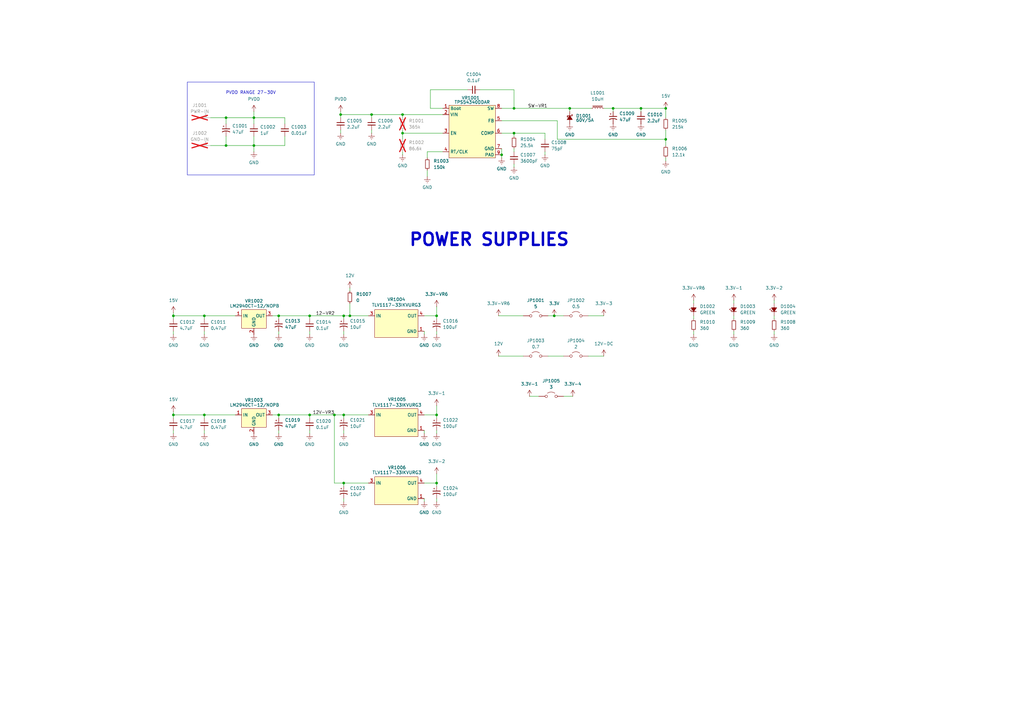
<source format=kicad_sch>
(kicad_sch (version 20250114) (generator "eeschema") (generator_version "9.0")
  (paper "A3")
  (title_block (title "Amplificateur Audio (Base Saine)") (date "2025-05-19") (rev "1.0") (company "NDG"))
  (lib_symbols
    (symbol "Connector:Conn_01x01_Pin" (pin_names (offset 1.016) (hide yes))
      (property "Reference" "J" (at 0 2.54 0))
      (property "Value" "Conn_01x01_Pin" (at 0 -2.54 0))
      (symbol "Conn_01x01_Pin_1_1"
        (rectangle (start 0.8636 0.127) (end 0 -0.127) (stroke (width 0.1524)) (fill (type outline)))
        (polyline (pts (xy 1.27 0) (xy 0.8636 0)) (stroke (width 0.1524)))
        (pin passive line (at 5.08 0 180) (length 3.81) (name "Pin_1") (number "1"))
      )
    )
    (symbol "Device:C_Polarized_Small_US" (pin_numbers (hide yes)) (pin_names (offset 0.254) (hide yes))
      (property "Reference" "C" (at 0.254 1.778 0))
      (property "Value" "C_Polarized_Small_US" (at 0.254 -2.032 0))
      (symbol "C_Polarized_Small_US_0_1"
        (polyline (pts (xy -1.524 0.508) (xy 1.524 0.508)) (stroke (width 0.3048)))
        (polyline (pts (xy -1.27 1.524) (xy -0.762 1.524)))
        (polyline (pts (xy -1.016 1.27) (xy -1.016 1.778)))
        (arc (start -1.524 -0.762) (mid 0 -0.3734) (end 1.524 -0.762) (stroke (width 0.3048)))
      )
      (symbol "C_Polarized_Small_US_1_1"
        (pin passive line (at 0 2.54 270) (length 2.032) (name "~") (number "1"))
        (pin passive line (at 0 -2.54 90) (length 2.032) (name "~") (number "2"))
      )
    )
    (symbol "Device:C_Small" (pin_numbers (hide yes)) (pin_names (offset 0.254) (hide yes))
      (property "Reference" "C" (at 0.254 1.778 0))
      (property "Value" "C_Small" (at 0.254 -2.032 0))
      (symbol "C_Small_0_1"
        (polyline (pts (xy -1.524 0.508) (xy 1.524 0.508)) (stroke (width 0.3048)))
        (polyline (pts (xy -1.524 -0.508) (xy 1.524 -0.508)) (stroke (width 0.3302)))
      )
      (symbol "C_Small_1_1"
        (pin passive line (at 0 2.54 270) (length 2.032) (name "~") (number "1"))
        (pin passive line (at 0 -2.54 90) (length 2.032) (name "~") (number "2"))
      )
    )
    (symbol "Device:D_Schottky_Small_Filled" (pin_numbers (hide yes)) (pin_names (offset 0.254) (hide yes))
      (property "Reference" "D" (at -1.27 2.032 0))
      (property "Value" "D_Schottky_Small_Filled" (at -7.112 -2.032 0))
      (symbol "D_Schottky_Small_Filled_0_1"
        (polyline (pts (xy -1.27 0.762) (xy -1.27 1.016) (xy -0.762 1.016) (xy -0.762 -1.016) (xy -0.254 -1.016) (xy -0.254 -0.762)) (stroke (width 0.254)))
        (polyline (pts (xy -0.762 0) (xy 0.762 0)))
        (polyline (pts (xy 0.762 -1.016) (xy -0.762 0) (xy 0.762 1.016) (xy 0.762 -1.016)) (stroke (width 0.254)) (fill (type outline)))
      )
      (symbol "D_Schottky_Small_Filled_1_1"
        (pin passive line (at -2.54 0 0) (length 1.778) (name "K") (number "1"))
        (pin passive line (at 2.54 0 180) (length 1.778) (name "A") (number "2"))
      )
    )
    (symbol "Device:LED_Small_Filled" (pin_numbers (hide yes)) (pin_names (offset 0.254) (hide yes))
      (property "Reference" "D" (at -1.27 3.175 0))
      (property "Value" "LED_Small_Filled" (at -4.445 -2.54 0))
      (symbol "LED_Small_Filled_0_1"
        (polyline (pts (xy -0.762 -1.016) (xy -0.762 1.016)) (stroke (width 0.254)))
        (polyline (pts (xy 0 0.762) (xy -0.508 1.27) (xy -0.254 1.27) (xy -0.508 1.27) (xy -0.508 1.016)))
        (polyline (pts (xy 0.508 1.27) (xy 0 1.778) (xy 0.254 1.778) (xy 0 1.778) (xy 0 1.524)))
        (polyline (pts (xy 0.762 -1.016) (xy -0.762 0) (xy 0.762 1.016) (xy 0.762 -1.016)) (stroke (width 0.254)) (fill (type outline)))
        (polyline (pts (xy 1.016 0) (xy -0.762 0)))
      )
      (symbol "LED_Small_Filled_1_1"
        (pin passive line (at -2.54 0 0) (length 1.778) (name "K") (number "1"))
        (pin passive line (at 2.54 0 180) (length 1.778) (name "A") (number "2"))
      )
    )
    (symbol "Device:L_Iron_Small" (pin_numbers (hide yes)) (pin_names (offset 0.254) (hide yes))
      (property "Reference" "L" (at 1.27 1.016 0))
      (property "Value" "L_Iron_Small" (at 1.27 -1.27 0))
      (symbol "L_Iron_Small_0_1"
        (arc (start 0 2.032) (mid 0.5058 1.524) (end 0 1.016))
        (arc (start 0 1.016) (mid 0.5058 0.508) (end 0 0))
        (arc (start 0 0) (mid 0.5058 -0.508) (end 0 -1.016))
        (arc (start 0 -1.016) (mid 0.5058 -1.524) (end 0 -2.032))
        (polyline (pts (xy 0.762 2.032) (xy 0.762 -2.032)))
        (polyline (pts (xy 1.016 -2.032) (xy 1.016 2.032)))
      )
      (symbol "L_Iron_Small_1_1"
        (pin passive line (at 0 2.54 270) (length 0.508) (name "~") (number "1"))
        (pin passive line (at 0 -2.54 90) (length 0.508) (name "~") (number "2"))
      )
    )
    (symbol "Device:R_Small" (pin_numbers (hide yes)) (pin_names (offset 0.254) (hide yes))
      (property "Reference" "R" (at 0.762 0.508 0))
      (property "Value" "R_Small" (at 0.762 -1.016 0))
      (symbol "R_Small_0_1"
        (rectangle (start -0.762 1.778) (end 0.762 -1.778) (stroke (width 0.2032)))
      )
      (symbol "R_Small_1_1"
        (pin passive line (at 0 2.54 270) (length 0.762) (name "~") (number "1"))
        (pin passive line (at 0 -2.54 90) (length 0.762) (name "~") (number "2"))
      )
    )
    (symbol "Jumper:Jumper_2_Open" (pin_numbers (hide yes)) (pin_names (offset 0) (hide yes)) (exclude_from_sim yes)
      (property "Reference" "JP" (at 0 2.794 0))
      (property "Value" "Jumper_2_Open" (at 0 -2.286 0))
      (symbol "Jumper_2_Open_0_0"
        (circle (center -2.032 0) (radius 0.508))
        (circle (center 2.032 0) (radius 0.508))
      )
      (symbol "Jumper_2_Open_0_1"
        (arc (start -1.524 1.27) (mid 0 1.778) (end 1.524 1.27))
      )
      (symbol "Jumper_2_Open_1_1"
        (pin passive line (at -5.08 0 0) (length 2.54) (name "A") (number "1"))
        (pin passive line (at 5.08 0 180) (length 2.54) (name "B") (number "2"))
      )
    )
    (symbol "LM2940CT-12/NOPB_1"
      (property "Reference" "VR1002" (at 0 2.286 0))
      (property "Value" "LM2940CT-12/NOPB" (at 0.254 0.254 0))
      (symbol "LM2940CT-12/NOPB_1_1_1"
        (rectangle (start -5.08 -1.27) (end 5.08 -8.89) (fill (type background)))
        (pin power_in line (at -7.62 -3.81 0) (length 2.54) (name "IN") (number "1"))
        (pin power_in line (at 0 -11.43 90) (length 2.54) (name "GND") (number "2"))
        (pin power_in line (at 7.62 -3.81 180) (length 2.54) (name "OUT") (number "3"))
      )
    )
    (symbol "TLV1117-33IKVURG3_1"
      (property "Reference" "VR1004" (at 0.254 1.27 0))
      (property "Value" "TLV1117-33IKVURG3" (at 0.254 -1.016 0))
      (symbol "TLV1117-33IKVURG3_1_1_1"
        (rectangle (start -8.89 -5.08) (end 8.89 -16.51) (fill (type background)))
        (pin power_in line (at -11.43 -7.62 0) (length 2.54) (name "IN") (number "3"))
        (pin power_in line (at 11.43 -7.62 180) (length 2.54) (name "OUT") (number "4"))
        (pin power_in line (at 11.43 -13.97 180) (length 2.54) (name "GND") (number "1"))
      )
    )
    (symbol "TLV1117-33IKVURG3_2"
      (property "Reference" "VR1005" (at 0.254 -1.27 0))
      (property "Value" "TLV1117-33IKVURG3" (at 0.254 -3.556 0))
      (symbol "TLV1117-33IKVURG3_2_1_1"
        (rectangle (start -8.89 -5.08) (end 8.89 -16.51) (fill (type background)))
        (pin power_in line (at -11.43 -7.62 0) (length 2.54) (name "IN") (number "3"))
        (pin power_in line (at 11.43 -7.62 180) (length 2.54) (name "OUT") (number "4"))
        (pin power_in line (at 11.43 -13.97 180) (length 2.54) (name "GND") (number "1"))
      )
    )
    (symbol "libglobal:LM2940CT-12/NOPB"
      (property "Reference" "VR1003" (at 0 2.286 0))
      (property "Value" "LM2940CT-12/NOPB" (at 0.254 0.254 0))
      (symbol "LM2940CT-12/NOPB_1_1"
        (rectangle (start -5.08 -1.27) (end 5.08 -8.89) (fill (type background)))
        (pin power_in line (at -7.62 -3.81 0) (length 2.54) (name "IN") (number "1"))
        (pin power_in line (at 0 -11.43 90) (length 2.54) (name "GND") (number "2"))
        (pin power_in line (at 7.62 -3.81 180) (length 2.54) (name "OUT") (number "3"))
      )
    )
    (symbol "libglobal:TLV1117-33IKVURG3"
      (property "Reference" "VR1006" (at 0.254 -1.27 0))
      (property "Value" "TLV1117-33IKVURG3" (at 0.254 -3.302 0))
      (symbol "TLV1117-33IKVURG3_1_1"
        (rectangle (start -8.89 -5.08) (end 8.89 -16.51) (fill (type background)))
        (pin power_in line (at -11.43 -7.62 0) (length 2.54) (name "IN") (number "3"))
        (pin power_in line (at 11.43 -7.62 180) (length 2.54) (name "OUT") (number "4"))
        (pin power_in line (at 11.43 -13.97 180) (length 2.54) (name "GND") (number "1"))
      )
    )
    (symbol "libglobal:TPS54340DDAR"
      (property "Reference" "VR1001" (at 5.08 1.778 0))
      (property "Value" "TPS54340DDAR" (at 5.715 0 0))
      (symbol "TPS54340DDAR_1_1"
        (rectangle (start -3.81 -1.27) (end 15.24 -22.86) (fill (type background)))
        (pin power_in line (at -6.35 -2.54 0) (length 2.54) (name "Boot") (number "1"))
        (pin power_in line (at -6.35 -5.08 0) (length 2.54) (name "VIN") (number "2"))
        (pin power_in line (at -6.35 -12.7 0) (length 2.54) (name "EN") (number "3"))
        (pin power_in line (at -6.35 -20.32 0) (length 2.54) (name "RT/CLK") (number "4"))
        (pin power_in line (at 17.78 -2.54 180) (length 2.54) (name "SW") (number "8"))
        (pin power_in line (at 17.78 -7.62 180) (length 2.54) (name "FB") (number "5"))
        (pin power_in line (at 17.78 -12.7 180) (length 2.54) (name "COMP") (number "6"))
        (pin power_in line (at 17.78 -19.05 180) (length 2.54) (name "GND") (number "7"))
        (pin power_in line (at 17.78 -21.59 180) (length 2.54) (name "PAD") (number "9"))
      )
    )
    (symbol "power:Earth" (power) (pin_numbers (hide yes)) (pin_names (offset 0) (hide yes))
      (property "Value" "Earth" (at 0 -3.81 0))
      (symbol "Earth_0_1"
        (polyline (pts (xy -0.635 -1.905) (xy 0.635 -1.905)))
        (polyline (pts (xy -0.127 -2.54) (xy 0.127 -2.54)))
        (polyline (pts (xy 0 -1.27) (xy 0 0)))
        (polyline (pts (xy 1.27 -1.27) (xy -1.27 -1.27)))
      )
      (symbol "Earth_1_1"
        (pin power_in line (at 0 0 270) (length 0) (name "~") (number "1"))
      )
    )
    (symbol "power:VDD" (power) (pin_numbers (hide yes)) (pin_names (offset 0) (hide yes))
      (property "Value" "VDD" (at 0 3.556 0))
      (symbol "VDD_0_1"
        (polyline (pts (xy -0.762 1.27) (xy 0 2.54)))
        (polyline (pts (xy 0 2.54) (xy 0.762 1.27)))
        (polyline (pts (xy 0 0) (xy 0 2.54)))
      )
      (symbol "VDD_1_1"
        (pin power_in line (at 0 0 90) (length 0) (name "~") (number "1"))
      )
    )
  )
  (rectangle (start 76.835 33.655) (end 128.905 71.755))
  (text "PVDD RANGE 27-30V\n" (at 102.87 38.1 0) (effects (font (size 1.27 1.27))))
  (text "POWER SUPPLIES\n" (at 200.66 98.425 0) (effects (font (size 5 5) (thickness 1) (bold yes))))
  (junction (at 140.97 129.54))
  (junction (at 179.07 198.12))
  (junction (at 140.97 198.12))
  (junction (at 262.89 44.45))
  (junction (at 233.68 44.45))
  (junction (at 165.1 46.99))
  (junction (at 83.82 170.18))
  (junction (at 92.71 59.69))
  (junction (at 273.05 44.45))
  (junction (at 114.3 129.54))
  (junction (at 273.05 57.15))
  (junction (at 152.4 46.99))
  (junction (at 210.82 44.45))
  (junction (at 179.07 129.54))
  (junction (at 71.12 170.18))
  (junction (at 114.3 170.18))
  (junction (at 104.14 59.69))
  (junction (at 127 129.54))
  (junction (at 165.1 54.61))
  (junction (at 127 170.18))
  (junction (at 71.12 129.54))
  (junction (at 227.33 129.54))
  (junction (at 251.46 44.45))
  (junction (at 179.07 170.18))
  (junction (at 83.82 129.54))
  (junction (at 137.16 170.18))
  (junction (at 140.97 170.18))
  (junction (at 143.51 129.54))
  (junction (at 104.14 48.26))
  (junction (at 92.71 48.26))
  (junction (at 205.74 63.5))
  (junction (at 210.82 54.61))
  (junction (at 139.7 46.99))
  (wire (pts (xy 92.71 48.26) (xy 92.71 50.8)))
  (wire (pts (xy 205.74 60.96) (xy 205.74 63.5)))
  (wire (pts (xy 127 137.16) (xy 127 135.89)))
  (wire (pts (xy 165.1 54.61) (xy 165.1 57.15)))
  (wire (pts (xy 165.1 63.5) (xy 165.1 62.23)))
  (wire (pts (xy 205.74 49.53) (xy 228.6 49.53)))
  (wire (pts (xy 114.3 170.18) (xy 111.76 170.18)))
  (wire (pts (xy 223.52 57.15) (xy 223.52 54.61)))
  (wire (pts (xy 165.1 53.34) (xy 165.1 54.61)))
  (wire (pts (xy 104.14 55.88) (xy 104.14 59.69)))
  (wire (pts (xy 104.14 48.26) (xy 104.14 50.8)))
  (wire (pts (xy 173.99 170.18) (xy 179.07 170.18)))
  (wire (pts (xy 140.97 199.39) (xy 140.97 198.12)))
  (wire (pts (xy 284.48 137.16) (xy 284.48 135.89)))
  (wire (pts (xy 223.52 63.5) (xy 223.52 62.23)))
  (wire (pts (xy 205.74 54.61) (xy 210.82 54.61)))
  (wire (pts (xy 233.68 45.72) (xy 233.68 44.45)))
  (wire (pts (xy 179.07 198.12) (xy 179.07 199.39)))
  (wire (pts (xy 191.77 36.83) (xy 176.53 36.83)))
  (wire (pts (xy 210.82 68.58) (xy 210.82 67.31)))
  (wire (pts (xy 116.84 55.88) (xy 116.84 59.69)))
  (wire (pts (xy 284.48 123.19) (xy 284.48 124.46)))
  (wire (pts (xy 152.4 46.99) (xy 165.1 46.99)))
  (wire (pts (xy 179.07 135.89) (xy 179.07 137.16)))
  (wire (pts (xy 92.71 59.69) (xy 86.36 59.69)))
  (wire (pts (xy 181.61 62.23) (xy 175.26 62.23)))
  (wire (pts (xy 140.97 170.18) (xy 151.13 170.18)))
  (wire (pts (xy 92.71 55.88) (xy 92.71 59.69)))
  (wire (pts (xy 143.51 124.46) (xy 143.51 129.54)))
  (wire (pts (xy 273.05 66.04) (xy 273.05 64.77)))
  (wire (pts (xy 251.46 45.72) (xy 251.46 44.45)))
  (wire (pts (xy 92.71 48.26) (xy 104.14 48.26)))
  (wire (pts (xy 114.3 171.45) (xy 114.3 170.18)))
  (wire (pts (xy 210.82 44.45) (xy 233.68 44.45)))
  (wire (pts (xy 116.84 59.69) (xy 104.14 59.69)))
  (wire (pts (xy 176.53 36.83) (xy 176.53 44.45)))
  (wire (pts (xy 127 170.18) (xy 114.3 170.18)))
  (wire (pts (xy 210.82 44.45) (xy 205.74 44.45)))
  (wire (pts (xy 262.89 44.45) (xy 273.05 44.45)))
  (wire (pts (xy 217.17 162.56) (xy 220.98 162.56)))
  (wire (pts (xy 83.82 170.18) (xy 83.82 171.45)))
  (wire (pts (xy 139.7 46.99) (xy 139.7 48.26)))
  (wire (pts (xy 114.3 177.8) (xy 114.3 176.53)))
  (wire (pts (xy 204.47 129.54) (xy 214.63 129.54)))
  (wire (pts (xy 317.5 123.19) (xy 317.5 124.46)))
  (wire (pts (xy 140.97 205.74) (xy 140.97 204.47)))
  (wire (pts (xy 71.12 177.8) (xy 71.12 176.53)))
  (wire (pts (xy 71.12 168.91) (xy 71.12 170.18)))
  (wire (pts (xy 139.7 45.72) (xy 139.7 46.99)))
  (wire (pts (xy 179.07 176.53) (xy 179.07 177.8)))
  (wire (pts (xy 179.07 129.54) (xy 179.07 130.81)))
  (wire (pts (xy 262.89 44.45) (xy 251.46 44.45)))
  (wire (pts (xy 71.12 128.27) (xy 71.12 129.54)))
  (wire (pts (xy 114.3 129.54) (xy 111.76 129.54)))
  (wire (pts (xy 151.13 129.54) (xy 143.51 129.54)))
  (wire (pts (xy 127 177.8) (xy 127 176.53)))
  (wire (pts (xy 210.82 36.83) (xy 210.82 44.45)))
  (wire (pts (xy 96.52 129.54) (xy 83.82 129.54)))
  (wire (pts (xy 210.82 55.88) (xy 210.82 54.61)))
  (wire (pts (xy 231.14 162.56) (xy 234.95 162.56)))
  (wire (pts (xy 173.99 205.74) (xy 173.99 204.47)))
  (wire (pts (xy 143.51 118.11) (xy 143.51 119.38)))
  (wire (pts (xy 104.14 62.23) (xy 104.14 59.69)))
  (wire (pts (xy 284.48 130.81) (xy 284.48 129.54)))
  (wire (pts (xy 204.47 146.05) (xy 214.63 146.05)))
  (wire (pts (xy 300.99 123.19) (xy 300.99 124.46)))
  (wire (pts (xy 83.82 177.8) (xy 83.82 176.53)))
  (wire (pts (xy 233.68 44.45) (xy 242.57 44.45)))
  (wire (pts (xy 179.07 204.47) (xy 179.07 205.74)))
  (wire (pts (xy 104.14 45.72) (xy 104.14 48.26)))
  (wire (pts (xy 179.07 170.18) (xy 179.07 171.45)))
  (wire (pts (xy 317.5 137.16) (xy 317.5 135.89)))
  (wire (pts (xy 104.14 48.26) (xy 116.84 48.26)))
  (wire (pts (xy 140.97 198.12) (xy 137.16 198.12)))
  (wire (pts (xy 205.74 64.77) (xy 205.74 63.5)))
  (wire (pts (xy 127 171.45) (xy 127 170.18)))
  (wire (pts (xy 173.99 198.12) (xy 179.07 198.12)))
  (wire (pts (xy 210.82 62.23) (xy 210.82 60.96)))
  (wire (pts (xy 127 170.18) (xy 137.16 170.18)))
  (wire (pts (xy 71.12 129.54) (xy 71.12 130.81)))
  (wire (pts (xy 152.4 54.61) (xy 152.4 53.34)))
  (wire (pts (xy 273.05 57.15) (xy 273.05 59.69)))
  (wire (pts (xy 224.79 129.54) (xy 227.33 129.54)))
  (wire (pts (xy 262.89 45.72) (xy 262.89 44.45)))
  (wire (pts (xy 127 130.81) (xy 127 129.54)))
  (wire (pts (xy 228.6 49.53) (xy 228.6 57.15)))
  (wire (pts (xy 114.3 137.16) (xy 114.3 135.89)))
  (wire (pts (xy 179.07 125.73) (xy 179.07 129.54)))
  (wire (pts (xy 241.3 146.05) (xy 247.65 146.05)))
  (wire (pts (xy 165.1 46.99) (xy 165.1 48.26)))
  (wire (pts (xy 173.99 137.16) (xy 173.99 135.89)))
  (wire (pts (xy 223.52 54.61) (xy 210.82 54.61)))
  (wire (pts (xy 165.1 54.61) (xy 181.61 54.61)))
  (wire (pts (xy 173.99 177.8) (xy 173.99 176.53)))
  (wire (pts (xy 173.99 129.54) (xy 179.07 129.54)))
  (wire (pts (xy 247.65 44.45) (xy 251.46 44.45)))
  (wire (pts (xy 83.82 129.54) (xy 83.82 130.81)))
  (wire (pts (xy 165.1 46.99) (xy 181.61 46.99)))
  (wire (pts (xy 96.52 170.18) (xy 83.82 170.18)))
  (wire (pts (xy 241.3 129.54) (xy 247.65 129.54)))
  (wire (pts (xy 152.4 48.26) (xy 152.4 46.99)))
  (wire (pts (xy 137.16 198.12) (xy 137.16 170.18)))
  (wire (pts (xy 139.7 54.61) (xy 139.7 53.34)))
  (wire (pts (xy 140.97 198.12) (xy 151.13 198.12)))
  (wire (pts (xy 227.33 129.54) (xy 231.14 129.54)))
  (wire (pts (xy 300.99 130.81) (xy 300.99 129.54)))
  (wire (pts (xy 228.6 57.15) (xy 273.05 57.15)))
  (wire (pts (xy 114.3 130.81) (xy 114.3 129.54)))
  (wire (pts (xy 140.97 130.81) (xy 140.97 129.54)))
  (wire (pts (xy 196.85 36.83) (xy 210.82 36.83)))
  (wire (pts (xy 83.82 129.54) (xy 71.12 129.54)))
  (wire (pts (xy 116.84 48.26) (xy 116.84 50.8)))
  (wire (pts (xy 127 129.54) (xy 114.3 129.54)))
  (wire (pts (xy 300.99 137.16) (xy 300.99 135.89)))
  (wire (pts (xy 273.05 44.45) (xy 273.05 48.26)))
  (wire (pts (xy 224.79 146.05) (xy 231.14 146.05)))
  (wire (pts (xy 137.16 170.18) (xy 140.97 170.18)))
  (wire (pts (xy 140.97 137.16) (xy 140.97 135.89)))
  (wire (pts (xy 83.82 170.18) (xy 71.12 170.18)))
  (wire (pts (xy 83.82 137.16) (xy 83.82 135.89)))
  (wire (pts (xy 140.97 171.45) (xy 140.97 170.18)))
  (wire (pts (xy 140.97 177.8) (xy 140.97 176.53)))
  (wire (pts (xy 273.05 53.34) (xy 273.05 57.15)))
  (wire (pts (xy 140.97 129.54) (xy 143.51 129.54)))
  (wire (pts (xy 179.07 166.37) (xy 179.07 170.18)))
  (wire (pts (xy 175.26 72.39) (xy 175.26 69.85)))
  (wire (pts (xy 139.7 46.99) (xy 152.4 46.99)))
  (wire (pts (xy 176.53 44.45) (xy 181.61 44.45)))
  (wire (pts (xy 86.36 48.26) (xy 92.71 48.26)))
  (wire (pts (xy 71.12 170.18) (xy 71.12 171.45)))
  (wire (pts (xy 104.14 59.69) (xy 92.71 59.69)))
  (wire (pts (xy 127 129.54) (xy 140.97 129.54)))
  (wire (pts (xy 71.12 137.16) (xy 71.12 135.89)))
  (wire (pts (xy 317.5 130.81) (xy 317.5 129.54)))
  (wire (pts (xy 175.26 62.23) (xy 175.26 64.77)))
  (wire (pts (xy 179.07 194.31) (xy 179.07 198.12)))
  (label "12-VR2" (at 129.54 129.54 0))
  (label "SW-VR1" (at 216.535 44.45 0))
  (label "12V-VR3" (at 128.27 170.18 0))
  (symbol (lib_id "power:Earth") (at 251.46 50.8 0) (unit 1)
    (property "Reference" "#PWR0707" (effects (hide yes)))
    (property "Value" "GND" (at 251.46 55.245 0))
    (property "Description" "Power symbol creates a global label with name \"Earth\"" (effects (hide yes)))
  )
  (symbol (lib_id "power:VDD") (at 300.99 123.19 0) (unit 1)
    (property "Reference" "#PWR01049" (effects (hide yes)))
    (property "Value" "3.3V-1" (at 300.99 118.11 0))
    (property "Description" "Power symbol creates a global label with name \"VDD\"" (effects (hide yes)))
  )
  (symbol (lib_id "power:Earth") (at 165.1 63.5 0) (unit 1)
    (property "Reference" "#PWR0701" (effects (hide yes)))
    (property "Value" "GND" (at 165.1 67.945 0))
    (property "Description" "Power symbol creates a global label with name \"Earth\"" (effects (hide yes)))
  )
  (symbol (lib_id "power:VDD") (at 139.7 45.72 0) (unit 1)
    (property "Reference" "#PWR01014" (effects (hide yes)))
    (property "Value" "PVDD" (at 139.7 40.64 0))
    (property "Description" "Power symbol creates a global label with name \"VDD\"" (effects (hide yes)))
  )
  (symbol (lib_id "power:Earth") (at 179.07 137.16 0) (unit 1)
    (property "Reference" "#PWR0731" (effects (hide yes)))
    (property "Value" "GND" (at 179.07 141.605 0))
    (property "Description" "Power symbol creates a global label with name \"Earth\"" (effects (hide yes)))
  )
  (symbol (lib_id "power:Earth") (at 83.82 137.16 0) (unit 1)
    (property "Reference" "#PWR0750" (effects (hide yes)))
    (property "Value" "GND" (at 83.82 141.605 0))
    (property "Description" "Power symbol creates a global label with name \"Earth\"" (effects (hide yes)))
  )
  (symbol (lib_id "Device:C_Polarized_Small_US") (at 114.3 133.35 0) (unit 1)
    (property "Reference" "C1013" (at 116.84 131.6481 0) (effects (justify left)))
    (property "Value" "47uF" (at 116.84 134.1881 0) (effects (justify left)))
    (property "Description" "Polarized capacitor, small US symbol" (effects (hide yes)))
  )
  (symbol (lib_id "power:Earth") (at 179.07 177.8 0) (unit 1)
    (property "Reference" "#PWR0733" (effects (hide yes)))
    (property "Value" "GND" (at 179.07 182.245 0))
    (property "Description" "Power symbol creates a global label with name \"Earth\"" (effects (hide yes)))
  )
  (symbol (lib_id "power:VDD") (at 284.48 123.19 0) (unit 1)
    (property "Reference" "#PWR01048" (effects (hide yes)))
    (property "Value" "3.3V-VR6" (at 284.48 118.11 0))
    (property "Description" "Power symbol creates a global label with name \"VDD\"" (effects (hide yes)))
  )
  (symbol (lib_id "Device:R_Small") (at 273.05 50.8 0) (unit 1)
    (property "Reference" "R1005" (at 275.59 49.5299 0) (effects (justify left)))
    (property "Value" "215k" (at 275.59 52.0699 0) (effects (justify left)))
    (property "Description" "Resistor, small symbol" (effects (hide yes)))
  )
  (symbol (lib_id "Device:R_Small") (at 273.05 62.23 0) (unit 1)
    (property "Reference" "R1006" (at 275.59 60.9599 0) (effects (justify left)))
    (property "Value" "12.1k" (at 275.59 63.4999 0) (effects (justify left)))
    (property "Description" "Resistor, small symbol" (effects (hide yes)))
  )
  (symbol (lib_id "Device:R_Small") (at 165.1 59.69 0) (unit 1) (dnp yes)
    (property "Reference" "R1002" (at 167.64 58.4199 0) (effects (justify left)))
    (property "Value" "86.6k" (at 167.64 60.9599 0) (effects (justify left)))
    (property "Description" "Resistor, small symbol" (effects (hide yes)))
  )
  (symbol (lib_id "Connector:Conn_01x01_Pin") (at 81.28 48.26 0) (unit 1) (dnp yes)
    (property "Reference" "J1001" (at 81.915 43.18 0))
    (property "Value" "PWR-IN" (at 81.915 45.72 0))
    (property "Description" "Generic connector, single row, 01x01, script generated" (effects (hide yes)))
  )
  (symbol (lib_id "power:VDD") (at 247.65 129.54 0) (unit 1)
    (property "Reference" "#PWR01042" (effects (hide yes)))
    (property "Value" "3.3V-3" (at 247.65 124.46 0))
    (property "Description" "Power symbol creates a global label with name \"VDD\"" (effects (hide yes)))
  )
  (symbol (lib_id "power:VDD") (at 179.07 194.31 0) (unit 1)
    (property "Reference" "#PWR01039" (effects (hide yes)))
    (property "Value" "3.3V-2" (at 179.07 189.23 0))
    (property "Description" "Power symbol creates a global label with name \"VDD\"" (effects (hide yes)))
  )
  (symbol (lib_id "power:VDD") (at 247.65 146.05 0) (unit 1)
    (property "Reference" "#PWR01046" (effects (hide yes)))
    (property "Value" "12V-DC" (at 247.65 140.97 0))
    (property "Description" "Power symbol creates a global label with name \"VDD\"" (effects (hide yes)))
  )
  (symbol (lib_id "Device:C_Polarized_Small_US") (at 92.71 53.34 0) (unit 1)
    (property "Reference" "C1001" (at 95.25 51.6381 0) (effects (justify left)))
    (property "Value" "47uF" (at 95.25 54.1781 0) (effects (justify left)))
    (property "Description" "Polarized capacitor, small US symbol" (effects (hide yes)))
  )
  (symbol (lib_id "libglobal:LM2940CT-12/NOPB") (at 104.14 166.37 0) (unit 1)
    (property "Reference" "VR1003" (at 104.14 164.084 0))
    (property "Value" "LM2940CT-12/NOPB" (at 104.394 166.116 0))
  )
  (symbol (lib_id "power:VDD") (at 71.12 128.27 0) (unit 1)
    (property "Reference" "#PWR01024" (effects (hide yes)))
    (property "Value" "15V" (at 71.12 123.19 0))
    (property "Description" "Power symbol creates a global label with name \"VDD\"" (effects (hide yes)))
  )
  (symbol (lib_id "power:Earth") (at 205.74 64.77 0) (unit 1)
    (property "Reference" "#PWR0703" (effects (hide yes)))
    (property "Value" "GND" (at 205.74 69.215 0))
    (property "Description" "Power symbol creates a global label with name \"Earth\"" (effects (hide yes)))
  )
  (symbol (lib_id "power:Earth") (at 140.97 205.74 0) (unit 1)
    (property "Reference" "#PWR0736" (effects (hide yes)))
    (property "Value" "GND" (at 140.97 210.185 0))
    (property "Description" "Power symbol creates a global label with name \"Earth\"" (effects (hide yes)))
  )
  (symbol (lib_id "Device:C_Small") (at 210.82 64.77 0) (unit 1)
    (property "Reference" "C1007" (at 213.36 63.5062 0) (effects (justify left)))
    (property "Value" "3600pF" (at 213.36 66.0462 0) (effects (justify left)))
    (property "Description" "Unpolarized capacitor, small symbol" (effects (hide yes)))
  )
  (symbol (lib_id "Device:L_Iron_Small") (at 245.11 44.45 90) (unit 1)
    (property "Reference" "L1001" (at 245.11 38.1 90))
    (property "Value" "10uH" (at 245.11 40.64 90))
    (property "Description" "Inductor with iron core, small symbol" (effects (hide yes)))
  )
  (symbol (lib_name "LM2940CT-12/NOPB_1") (lib_id "libglobal:LM2940CT-12/NOPB") (at 104.14 125.73 0) (unit 1)
    (property "Reference" "VR1002" (at 104.14 123.444 0))
    (property "Value" "LM2940CT-12/NOPB" (at 104.394 125.476 0))
  )
  (symbol (lib_id "Device:C_Small") (at 139.7 50.8 0) (unit 1)
    (property "Reference" "C1005" (at 142.24 49.5362 0) (effects (justify left)))
    (property "Value" "2.2uF" (at 142.24 52.0762 0) (effects (justify left)))
    (property "Description" "Unpolarized capacitor, small symbol" (effects (hide yes)))
  )
  (symbol (lib_id "Device:LED_Small_Filled") (at 300.99 127 90) (unit 1)
    (property "Reference" "D1003" (at 303.53 125.6664 90) (effects (justify right)))
    (property "Value" "GREEN" (at 303.53 128.2064 90) (effects (justify right)))
    (property "Description" "Light emitting diode, small symbol, filled shape" (effects (hide yes)))
  )
  (symbol (lib_id "power:Earth") (at 173.99 177.8 0) (unit 1)
    (property "Reference" "#PWR0732" (effects (hide yes)))
    (property "Value" "GND" (at 173.99 182.245 0))
    (property "Description" "Power symbol creates a global label with name \"Earth\"" (effects (hide yes)))
  )
  (symbol (lib_id "Device:C_Small") (at 71.12 133.35 0) (unit 1)
    (property "Reference" "C1012" (at 73.66 132.0862 0) (effects (justify left)))
    (property "Value" "4.7uF" (at 73.66 134.6262 0) (effects (justify left)))
    (property "Description" "Unpolarized capacitor, small symbol" (effects (hide yes)))
  )
  (symbol (lib_id "power:Earth") (at 179.07 205.74 0) (unit 1)
    (property "Reference" "#PWR0735" (effects (hide yes)))
    (property "Value" "GND" (at 179.07 210.185 0))
    (property "Description" "Power symbol creates a global label with name \"Earth\"" (effects (hide yes)))
  )
  (symbol (lib_id "power:Earth") (at 140.97 177.8 0) (unit 1)
    (property "Reference" "#PWR0738" (effects (hide yes)))
    (property "Value" "GND" (at 140.97 182.245 0))
    (property "Description" "Power symbol creates a global label with name \"Earth\"" (effects (hide yes)))
  )
  (symbol (lib_id "Device:C_Polarized_Small_US") (at 179.07 201.93 0) (unit 1)
    (property "Reference" "C1024" (at 181.61 200.2281 0) (effects (justify left)))
    (property "Value" "100uF" (at 181.61 202.7681 0) (effects (justify left)))
    (property "Description" "Polarized capacitor, small US symbol" (effects (hide yes)))
  )
  (symbol (lib_id "Device:R_Small") (at 317.5 133.35 0) (unit 1)
    (property "Reference" "R1008" (at 320.04 132.0799 0) (effects (justify left)))
    (property "Value" "360" (at 320.04 134.6199 0) (effects (justify left)))
    (property "Description" "Resistor, small symbol" (effects (hide yes)))
  )
  (symbol (lib_id "Device:R_Small") (at 175.26 67.31 0) (unit 1)
    (property "Reference" "R1003" (at 177.8 66.0399 0) (effects (justify left)))
    (property "Value" "150k" (at 177.8 68.5799 0) (effects (justify left)))
    (property "Description" "Resistor, small symbol" (effects (hide yes)))
  )
  (symbol (lib_id "power:Earth") (at 104.14 177.8 0) (unit 1)
    (property "Reference" "#PWR0745" (effects (hide yes)))
    (property "Value" "GND" (at 104.14 182.245 0))
    (property "Description" "Power symbol creates a global label with name \"Earth\"" (effects (hide yes)))
  )
  (symbol (lib_id "Device:R_Small") (at 284.48 133.35 0) (unit 1)
    (property "Reference" "R1010" (at 287.02 132.0799 0) (effects (justify left)))
    (property "Value" "360" (at 287.02 134.6199 0) (effects (justify left)))
    (property "Description" "Resistor, small symbol" (effects (hide yes)))
  )
  (symbol (lib_id "Device:R_Small") (at 165.1 50.8 0) (unit 1) (dnp yes)
    (property "Reference" "R1001" (at 167.64 49.5299 0) (effects (justify left)))
    (property "Value" "365k" (at 167.64 52.0699 0) (effects (justify left)))
    (property "Description" "Resistor, small symbol" (effects (hide yes)))
  )
  (symbol (lib_id "Device:C_Small") (at 262.89 48.26 0) (unit 1)
    (property "Reference" "C1010" (at 265.43 46.9962 0) (effects (justify left)))
    (property "Value" "2.2uF" (at 265.43 49.5362 0) (effects (justify left)))
    (property "Description" "Unpolarized capacitor, small symbol" (effects (hide yes)))
  )
  (symbol (lib_id "power:Earth") (at 175.26 72.39 0) (unit 1)
    (property "Reference" "#PWR0702" (effects (hide yes)))
    (property "Value" "GND" (at 175.26 76.835 0))
    (property "Description" "Power symbol creates a global label with name \"Earth\"" (effects (hide yes)))
  )
  (symbol (lib_id "libglobal:TPS54340DDAR") (at 187.96 41.91 0) (unit 1)
    (property "Reference" "VR1001" (at 193.04 40.132 0))
    (property "Value" "TPS54340DDAR" (at 193.675 41.91 0))
  )
  (symbol (lib_name "TLV1117-33IKVURG3_2") (lib_id "libglobal:TLV1117-33IKVURG3") (at 162.56 162.56 0) (unit 1)
    (property "Reference" "VR1005" (at 162.814 163.83 0))
    (property "Value" "TLV1117-33IKVURG3" (at 162.814 166.116 0))
  )
  (symbol (lib_id "power:VDD") (at 204.47 146.05 0) (unit 1)
    (property "Reference" "#PWR01044" (effects (hide yes)))
    (property "Value" "12V" (at 204.47 140.97 0))
    (property "Description" "Power symbol creates a global label with name \"VDD\"" (effects (hide yes)))
  )
  (symbol (lib_id "power:Earth") (at 210.82 68.58 0) (unit 1)
    (property "Reference" "#PWR0704" (effects (hide yes)))
    (property "Value" "GND" (at 210.82 73.025 0))
    (property "Description" "Power symbol creates a global label with name \"Earth\"" (effects (hide yes)))
  )
  (symbol (lib_id "Device:LED_Small_Filled") (at 317.5 127 90) (unit 1)
    (property "Reference" "D1004" (at 320.04 125.6664 90) (effects (justify right)))
    (property "Value" "GREEN" (at 320.04 128.2064 90) (effects (justify right)))
    (property "Description" "Light emitting diode, small symbol, filled shape" (effects (hide yes)))
  )
  (symbol (lib_id "power:Earth") (at 173.99 137.16 0) (unit 1)
    (property "Reference" "#PWR0730" (effects (hide yes)))
    (property "Value" "GND" (at 173.99 141.605 0))
    (property "Description" "Power symbol creates a global label with name \"Earth\"" (effects (hide yes)))
  )
  (symbol (lib_id "Device:C_Small") (at 104.14 53.34 0) (unit 1)
    (property "Reference" "C1002" (at 106.68 52.0762 0) (effects (justify left)))
    (property "Value" "1uF" (at 106.68 54.6162 0) (effects (justify left)))
    (property "Description" "Unpolarized capacitor, small symbol" (effects (hide yes)))
  )
  (symbol (lib_id "Jumper:Jumper_2_Open") (at 236.22 129.54 0) (unit 1)
    (property "Reference" "JP1002" (at 236.22 123.19 0))
    (property "Value" "0.5" (at 236.22 125.73 0))
    (property "Description" "Jumper, 2-pole, open" (effects (hide yes)))
  )
  (symbol (lib_id "power:Earth") (at 300.99 137.16 0) (unit 1)
    (property "Reference" "#PWR0711" (effects (hide yes)))
    (property "Value" "GND" (at 300.99 141.605 0))
    (property "Description" "Power symbol creates a global label with name \"Earth\"" (effects (hide yes)))
  )
  (symbol (lib_id "Device:C_Small") (at 127 133.35 0) (unit 1)
    (property "Reference" "C1014" (at 129.54 132.0862 0) (effects (justify left)))
    (property "Value" "0.1uF" (at 129.54 134.6262 0) (effects (justify left)))
    (property "Description" "Unpolarized capacitor, small symbol" (effects (hide yes)))
  )
  (symbol (lib_id "power:VDD") (at 71.12 168.91 0) (unit 1)
    (property "Reference" "#PWR01027" (effects (hide yes)))
    (property "Value" "15V" (at 71.12 163.83 0))
    (property "Description" "Power symbol creates a global label with name \"VDD\"" (effects (hide yes)))
  )
  (symbol (lib_id "power:Earth") (at 114.3 177.8 0) (unit 1)
    (property "Reference" "#PWR0743" (effects (hide yes)))
    (property "Value" "GND" (at 114.3 182.245 0))
    (property "Description" "Power symbol creates a global label with name \"Earth\"" (effects (hide yes)))
  )
  (symbol (lib_id "power:Earth") (at 173.99 205.74 0) (unit 1)
    (property "Reference" "#PWR0734" (effects (hide yes)))
    (property "Value" "GND" (at 173.99 210.185 0))
    (property "Description" "Power symbol creates a global label with name \"Earth\"" (effects (hide yes)))
  )
  (symbol (lib_id "Device:C_Polarized_Small_US") (at 114.3 173.99 0) (unit 1)
    (property "Reference" "C1019" (at 116.84 172.2881 0) (effects (justify left)))
    (property "Value" "47uF" (at 116.84 174.8281 0) (effects (justify left)))
    (property "Description" "Polarized capacitor, small US symbol" (effects (hide yes)))
  )
  (symbol (lib_id "power:VDD") (at 179.07 166.37 0) (unit 1)
    (property "Reference" "#PWR01036" (effects (hide yes)))
    (property "Value" "3.3V-1" (at 179.07 161.29 0))
    (property "Description" "Power symbol creates a global label with name \"VDD\"" (effects (hide yes)))
  )
  (symbol (lib_id "power:VDD") (at 179.07 125.73 0) (unit 1)
    (property "Reference" "#PWR01026" (effects (hide yes)))
    (property "Value" "3.3V-VR6" (at 179.07 120.65 0))
    (property "Description" "Power symbol creates a global label with name \"VDD\"" (effects (hide yes)))
  )
  (symbol (lib_id "Device:C_Polarized_Small_US") (at 140.97 133.35 0) (unit 1)
    (property "Reference" "C1015" (at 143.51 131.6481 0) (effects (justify left)))
    (property "Value" "10uF" (at 143.51 134.1881 0) (effects (justify left)))
    (property "Description" "Polarized capacitor, small US symbol" (effects (hide yes)))
  )
  (symbol (lib_id "power:Earth") (at 140.97 137.16 0) (unit 1)
    (property "Reference" "#PWR0740" (effects (hide yes)))
    (property "Value" "GND" (at 140.97 141.605 0))
    (property "Description" "Power symbol creates a global label with name \"Earth\"" (effects (hide yes)))
  )
  (symbol (lib_id "Jumper:Jumper_2_Open") (at 219.71 146.05 0) (unit 1)
    (property "Reference" "JP1003" (at 219.71 139.7 0))
    (property "Value" "0.7" (at 219.71 142.24 0))
    (property "Description" "Jumper, 2-pole, open" (effects (hide yes)))
  )
  (symbol (lib_id "Device:R_Small") (at 210.82 58.42 0) (unit 1)
    (property "Reference" "R1004" (at 213.36 57.1499 0) (effects (justify left)))
    (property "Value" "25.5k" (at 213.36 59.6899 0) (effects (justify left)))
    (property "Description" "Resistor, small symbol" (effects (hide yes)))
  )
  (symbol (lib_id "power:Earth") (at 317.5 137.16 0) (unit 1)
    (property "Reference" "#PWR0729" (effects (hide yes)))
    (property "Value" "GND" (at 317.5 141.605 0))
    (property "Description" "Power symbol creates a global label with name \"Earth\"" (effects (hide yes)))
  )
  (symbol (lib_id "Device:C_Small") (at 194.31 36.83 90) (unit 1)
    (property "Reference" "C1004" (at 194.3163 30.48 90))
    (property "Value" "0.1uF" (at 194.3163 33.02 90))
    (property "Description" "Unpolarized capacitor, small symbol" (effects (hide yes)))
  )
  (symbol (lib_id "power:Earth") (at 152.4 54.61 0) (unit 1)
    (property "Reference" "#PWR0700" (effects (hide yes)))
    (property "Value" "GND" (at 152.4 59.055 0))
    (property "Description" "Power symbol creates a global label with name \"Earth\"" (effects (hide yes)))
  )
  (symbol (lib_id "Device:C_Small") (at 223.52 59.69 0) (unit 1)
    (property "Reference" "C1008" (at 226.06 58.4262 0) (effects (justify left)))
    (property "Value" "75pF" (at 226.06 60.9662 0) (effects (justify left)))
    (property "Description" "Unpolarized capacitor, small symbol" (effects (hide yes)))
  )
  (symbol (lib_id "power:VDD") (at 217.17 162.56 0) (unit 1)
    (property "Reference" "#PWR01045" (effects (hide yes)))
    (property "Value" "3.3V-1" (at 217.17 157.48 0))
    (property "Description" "Power symbol creates a global label with name \"VDD\"" (effects (hide yes)))
  )
  (symbol (lib_id "power:VDD") (at 204.47 129.54 0) (unit 1)
    (property "Reference" "#PWR01041" (effects (hide yes)))
    (property "Value" "3.3V-VR6" (at 204.47 124.46 0))
    (property "Description" "Power symbol creates a global label with name \"VDD\"" (effects (hide yes)))
  )
  (symbol (lib_id "power:VDD") (at 317.5 123.19 0) (unit 1)
    (property "Reference" "#PWR01050" (effects (hide yes)))
    (property "Value" "3.3V-2" (at 317.5 118.11 0))
    (property "Description" "Power symbol creates a global label with name \"VDD\"" (effects (hide yes)))
  )
  (symbol (lib_name "TLV1117-33IKVURG3_1") (lib_id "libglobal:TLV1117-33IKVURG3") (at 162.56 121.92 0) (unit 1)
    (property "Reference" "VR1004" (at 162.56 122.809 0))
    (property "Value" "TLV1117-33IKVURG3" (at 162.56 125.095 0))
  )
  (symbol (lib_id "Device:C_Polarized_Small_US") (at 251.46 48.26 0) (unit 1)
    (property "Reference" "C1009" (at 254 46.5581 0) (effects (justify left)))
    (property "Value" "47uF" (at 254 49.0981 0) (effects (justify left)))
    (property "Description" "Polarized capacitor, small US symbol" (effects (hide yes)))
  )
  (symbol (lib_id "Device:R_Small") (at 143.51 121.92 0) (unit 1)
    (property "Reference" "R1007" (at 146.05 120.6499 0) (effects (justify left)))
    (property "Value" "0" (at 146.05 123.1899 0) (effects (justify left)))
    (property "Description" "Resistor, small symbol" (effects (hide yes)))
  )
  (symbol (lib_id "power:Earth") (at 71.12 177.8 0) (unit 1)
    (property "Reference" "#PWR0747" (effects (hide yes)))
    (property "Value" "GND" (at 71.12 182.245 0))
    (property "Description" "Power symbol creates a global label with name \"Earth\"" (effects (hide yes)))
  )
  (symbol (lib_id "Jumper:Jumper_2_Open") (at 236.22 146.05 0) (unit 1)
    (property "Reference" "JP1004" (at 236.22 139.7 0))
    (property "Value" "2" (at 236.22 142.24 0))
    (property "Description" "Jumper, 2-pole, open" (effects (hide yes)))
  )
  (symbol (lib_id "Device:C_Small") (at 152.4 50.8 0) (unit 1)
    (property "Reference" "C1006" (at 154.94 49.5362 0) (effects (justify left)))
    (property "Value" "2.2uF" (at 154.94 52.0762 0) (effects (justify left)))
    (property "Description" "Unpolarized capacitor, small symbol" (effects (hide yes)))
  )
  (symbol (lib_id "power:Earth") (at 83.82 177.8 0) (unit 1)
    (property "Reference" "#PWR0748" (effects (hide yes)))
    (property "Value" "GND" (at 83.82 182.245 0))
    (property "Description" "Power symbol creates a global label with name \"Earth\"" (effects (hide yes)))
  )
  (symbol (lib_id "Device:C_Polarized_Small_US") (at 140.97 173.99 0) (unit 1)
    (property "Reference" "C1021" (at 143.51 172.2881 0) (effects (justify left)))
    (property "Value" "10uF" (at 143.51 174.8281 0) (effects (justify left)))
    (property "Description" "Polarized capacitor, small US symbol" (effects (hide yes)))
  )
  (symbol (lib_id "Device:C_Small") (at 127 173.99 0) (unit 1)
    (property "Reference" "C1020" (at 129.54 172.7262 0) (effects (justify left)))
    (property "Value" "0.1uF" (at 129.54 175.2662 0) (effects (justify left)))
    (property "Description" "Unpolarized capacitor, small symbol" (effects (hide yes)))
  )
  (symbol (lib_id "power:Earth") (at 273.05 66.04 0) (unit 1)
    (property "Reference" "#PWR0709" (effects (hide yes)))
    (property "Value" "GND" (at 273.05 70.485 0))
    (property "Description" "Power symbol creates a global label with name \"Earth\"" (effects (hide yes)))
  )
  (symbol (lib_id "power:Earth") (at 114.3 137.16 0) (unit 1)
    (property "Reference" "#PWR0742" (effects (hide yes)))
    (property "Value" "GND" (at 114.3 141.605 0))
    (property "Description" "Power symbol creates a global label with name \"Earth\"" (effects (hide yes)))
  )
  (symbol (lib_id "power:Earth") (at 284.48 137.16 0) (unit 1)
    (property "Reference" "#PWR0710" (effects (hide yes)))
    (property "Value" "GND" (at 284.48 141.605 0))
    (property "Description" "Power symbol creates a global label with name \"Earth\"" (effects (hide yes)))
  )
  (symbol (lib_id "Device:C_Polarized_Small_US") (at 140.97 201.93 0) (unit 1)
    (property "Reference" "C1023" (at 143.51 200.2281 0) (effects (justify left)))
    (property "Value" "10uF" (at 143.51 202.7681 0) (effects (justify left)))
    (property "Description" "Polarized capacitor, small US symbol" (effects (hide yes)))
  )
  (symbol (lib_id "power:VDD") (at 143.51 118.11 0) (unit 1)
    (property "Reference" "#PWR01025" (effects (hide yes)))
    (property "Value" "12V" (at 143.51 113.03 0))
    (property "Description" "Power symbol creates a global label with name \"VDD\"" (effects (hide yes)))
  )
  (symbol (lib_id "Jumper:Jumper_2_Open") (at 226.06 162.56 0) (unit 1)
    (property "Reference" "JP1005" (at 226.06 156.21 0))
    (property "Value" "3" (at 226.06 158.75 0))
    (property "Description" "Jumper, 2-pole, open" (effects (hide yes)))
  )
  (symbol (lib_id "libglobal:TLV1117-33IKVURG3") (at 162.56 190.5 0) (unit 1)
    (property "Reference" "VR1006" (at 162.814 191.77 0))
    (property "Value" "TLV1117-33IKVURG3" (at 162.814 193.802 0))
  )
  (symbol (lib_id "Device:C_Small") (at 116.84 53.34 0) (unit 1)
    (property "Reference" "C1003" (at 119.38 52.0762 0) (effects (justify left)))
    (property "Value" "0.01uF" (at 119.38 54.6162 0) (effects (justify left)))
    (property "Description" "Unpolarized capacitor, small symbol" (effects (hide yes)))
  )
  (symbol (lib_id "Device:C_Small") (at 83.82 173.99 0) (unit 1)
    (property "Reference" "C1018" (at 86.36 172.7262 0) (effects (justify left)))
    (property "Value" "0.47uF" (at 86.36 175.2662 0) (effects (justify left)))
    (property "Description" "Unpolarized capacitor, small symbol" (effects (hide yes)))
  )
  (symbol (lib_id "Device:C_Polarized_Small_US") (at 179.07 133.35 0) (unit 1)
    (property "Reference" "C1016" (at 181.61 131.6481 0) (effects (justify left)))
    (property "Value" "100uF" (at 181.61 134.1881 0) (effects (justify left)))
    (property "Description" "Polarized capacitor, small US symbol" (effects (hide yes)))
  )
  (symbol (lib_id "power:Earth") (at 127 177.8 0) (unit 1)
    (property "Reference" "#PWR0744" (effects (hide yes)))
    (property "Value" "GND" (at 127 182.245 0))
    (property "Description" "Power symbol creates a global label with name \"Earth\"" (effects (hide yes)))
  )
  (symbol (lib_id "Device:C_Polarized_Small_US") (at 179.07 173.99 0) (unit 1)
    (property "Reference" "C1022" (at 181.61 172.2881 0) (effects (justify left)))
    (property "Value" "100uF" (at 181.61 174.8281 0) (effects (justify left)))
    (property "Description" "Polarized capacitor, small US symbol" (effects (hide yes)))
  )
  (symbol (lib_id "power:Earth") (at 223.52 63.5 0) (unit 1)
    (property "Reference" "#PWR0705" (effects (hide yes)))
    (property "Value" "GND" (at 223.52 67.945 0))
    (property "Description" "Power symbol creates a global label with name \"Earth\"" (effects (hide yes)))
  )
  (symbol (lib_id "power:VDD") (at 104.14 45.72 0) (unit 1)
    (property "Reference" "#PWR01002" (effects (hide yes)))
    (property "Value" "PVDD" (at 104.14 40.64 0))
    (property "Description" "Power symbol creates a global label with name \"VDD\"" (effects (hide yes)))
  )
  (symbol (lib_id "Device:R_Small") (at 300.99 133.35 0) (unit 1)
    (property "Reference" "R1009" (at 303.53 132.0799 0) (effects (justify left)))
    (property "Value" "360" (at 303.53 134.6199 0) (effects (justify left)))
    (property "Description" "Resistor, small symbol" (effects (hide yes)))
  )
  (symbol (lib_id "power:VDD") (at 234.95 162.56 0) (unit 1)
    (property "Reference" "#PWR01047" (effects (hide yes)))
    (property "Value" "3.3V-4" (at 234.95 157.48 0))
    (property "Description" "Power symbol creates a global label with name \"VDD\"" (effects (hide yes)))
  )
  (symbol (lib_id "power:Earth") (at 139.7 54.61 0) (unit 1)
    (property "Reference" "#PWR0699" (effects (hide yes)))
    (property "Value" "GND" (at 139.7 59.055 0))
    (property "Description" "Power symbol creates a global label with name \"Earth\"" (effects (hide yes)))
  )
  (symbol (lib_id "power:VDD") (at 227.33 129.54 0) (unit 1)
    (property "Reference" "#PWR01043" (effects (hide yes)))
    (property "Value" "3.3V" (at 227.33 124.46 0))
    (property "Description" "Power symbol creates a global label with name \"VDD\"" (effects (hide yes)))
  )
  (symbol (lib_id "Jumper:Jumper_2_Open") (at 219.71 129.54 0) (unit 1)
    (property "Reference" "JP1001" (at 219.71 123.19 0))
    (property "Value" "5" (at 219.71 125.73 0))
    (property "Description" "Jumper, 2-pole, open" (effects (hide yes)))
  )
  (symbol (lib_id "Connector:Conn_01x01_Pin") (at 81.28 59.69 0) (unit 1) (dnp yes)
    (property "Reference" "J1002" (at 81.915 54.61 0))
    (property "Value" "GND-IN" (at 81.915 57.15 0))
    (property "Description" "Generic connector, single row, 01x01, script generated" (effects (hide yes)))
  )
  (symbol (lib_id "Device:D_Schottky_Small_Filled") (at 233.68 48.26 270) (unit 1)
    (property "Reference" "D1001" (at 236.22 47.498 90) (effects (justify left)))
    (property "Value" "60V/5A" (at 236.22 49.2759 90) (effects (justify left)))
    (property "Description" "Schottky diode, small symbol, filled shape" (effects (hide yes)))
  )
  (symbol (lib_id "Device:C_Small") (at 71.12 173.99 0) (unit 1)
    (property "Reference" "C1017" (at 73.66 172.7262 0) (effects (justify left)))
    (property "Value" "4.7uF" (at 73.66 175.2662 0) (effects (justify left)))
    (property "Description" "Unpolarized capacitor, small symbol" (effects (hide yes)))
  )
  (symbol (lib_id "power:Earth") (at 71.12 137.16 0) (unit 1)
    (property "Reference" "#PWR0749" (effects (hide yes)))
    (property "Value" "GND" (at 71.12 141.605 0))
    (property "Description" "Power symbol creates a global label with name \"Earth\"" (effects (hide yes)))
  )
  (symbol (lib_id "power:Earth") (at 104.14 62.23 0) (unit 1)
    (property "Reference" "#PWR0698" (effects (hide yes)))
    (property "Value" "GND" (at 104.14 66.675 0))
    (property "Description" "Power symbol creates a global label with name \"Earth\"" (effects (hide yes)))
  )
  (symbol (lib_id "power:Earth") (at 104.14 137.16 0) (unit 1)
    (property "Reference" "#PWR0746" (effects (hide yes)))
    (property "Value" "GND" (at 104.14 141.605 0))
    (property "Description" "Power symbol creates a global label with name \"Earth\"" (effects (hide yes)))
  )
  (symbol (lib_id "Device:C_Small") (at 83.82 133.35 0) (unit 1)
    (property "Reference" "C1011" (at 86.36 132.0862 0) (effects (justify left)))
    (property "Value" "0.47uF" (at 86.36 134.6262 0) (effects (justify left)))
    (property "Description" "Unpolarized capacitor, small symbol" (effects (hide yes)))
  )
  (symbol (lib_id "power:Earth") (at 262.89 50.8 0) (unit 1)
    (property "Reference" "#PWR0708" (effects (hide yes)))
    (property "Value" "GND" (at 262.89 55.245 0))
    (property "Description" "Power symbol creates a global label with name \"Earth\"" (effects (hide yes)))
  )
  (symbol (lib_id "power:Earth") (at 127 137.16 0) (unit 1)
    (property "Reference" "#PWR0741" (effects (hide yes)))
    (property "Value" "GND" (at 127 141.605 0))
    (property "Description" "Power symbol creates a global label with name \"Earth\"" (effects (hide yes)))
  )
  (symbol (lib_id "power:VDD") (at 273.05 44.45 0) (unit 1)
    (property "Reference" "#PWR01015" (effects (hide yes)))
    (property "Value" "15V" (at 273.05 39.37 0))
    (property "Description" "Power symbol creates a global label with name \"VDD\"" (effects (hide yes)))
  )
  (symbol (lib_id "Device:LED_Small_Filled") (at 284.48 127 90) (unit 1)
    (property "Reference" "D1002" (at 287.02 125.6664 90) (effects (justify right)))
    (property "Value" "GREEN" (at 287.02 128.2064 90) (effects (justify right)))
    (property "Description" "Light emitting diode, small symbol, filled shape" (effects (hide yes)))
  )
  (symbol (lib_id "power:Earth") (at 233.68 50.8 0) (unit 1)
    (property "Reference" "#PWR0706" (effects (hide yes)))
    (property "Value" "GND" (at 233.68 55.245 0))
    (property "Description" "Power symbol creates a global label with name \"Earth\"" (effects (hide yes)))
  )
)
</source>
